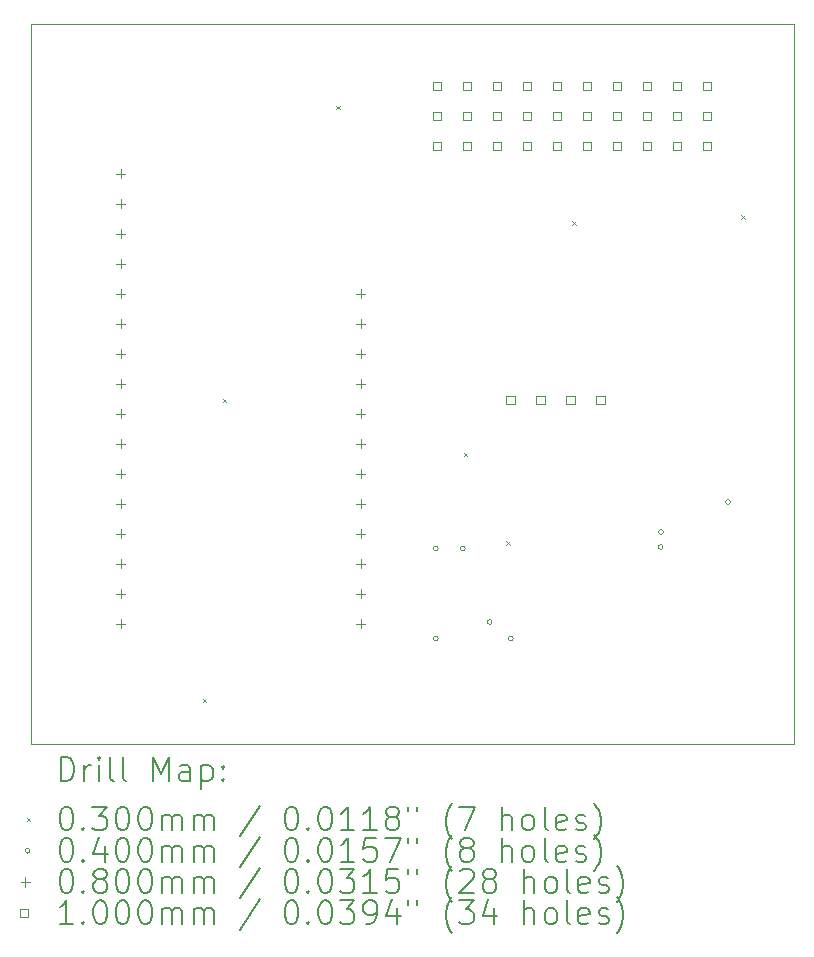
<source format=gbr>
%TF.GenerationSoftware,KiCad,Pcbnew,7.0.11+1*%
%TF.CreationDate,2024-06-02T11:35:41+02:00*%
%TF.ProjectId,prg_pcb,7072675f-7063-4622-9e6b-696361645f70,rev?*%
%TF.SameCoordinates,Original*%
%TF.FileFunction,Drillmap*%
%TF.FilePolarity,Positive*%
%FSLAX45Y45*%
G04 Gerber Fmt 4.5, Leading zero omitted, Abs format (unit mm)*
G04 Created by KiCad (PCBNEW 7.0.11+1) date 2024-06-02 11:35:41*
%MOMM*%
%LPD*%
G01*
G04 APERTURE LIST*
%ADD10C,0.100000*%
%ADD11C,0.200000*%
G04 APERTURE END LIST*
D10*
X7620000Y-7620000D02*
X14084300Y-7620000D01*
X14084300Y-13716000D01*
X7620000Y-13716000D01*
X7620000Y-7620000D01*
D11*
D10*
X9075000Y-13335000D02*
X9105000Y-13365000D01*
X9105000Y-13335000D02*
X9075000Y-13365000D01*
X9245000Y-10795000D02*
X9275000Y-10825000D01*
X9275000Y-10795000D02*
X9245000Y-10825000D01*
X10205000Y-8315000D02*
X10235000Y-8345000D01*
X10235000Y-8315000D02*
X10205000Y-8345000D01*
X11285000Y-11255000D02*
X11315000Y-11285000D01*
X11315000Y-11255000D02*
X11285000Y-11285000D01*
X11645000Y-12005000D02*
X11675000Y-12035000D01*
X11675000Y-12005000D02*
X11645000Y-12035000D01*
X12205000Y-9295000D02*
X12235000Y-9325000D01*
X12235000Y-9295000D02*
X12205000Y-9325000D01*
X13635000Y-9245000D02*
X13665000Y-9275000D01*
X13665000Y-9245000D02*
X13635000Y-9275000D01*
X11069000Y-12065000D02*
G75*
G03*
X11029000Y-12065000I-20000J0D01*
G01*
X11029000Y-12065000D02*
G75*
G03*
X11069000Y-12065000I20000J0D01*
G01*
X11069000Y-12827000D02*
G75*
G03*
X11029000Y-12827000I-20000J0D01*
G01*
X11029000Y-12827000D02*
G75*
G03*
X11069000Y-12827000I20000J0D01*
G01*
X11297600Y-12065000D02*
G75*
G03*
X11257600Y-12065000I-20000J0D01*
G01*
X11257600Y-12065000D02*
G75*
G03*
X11297600Y-12065000I20000J0D01*
G01*
X11526200Y-12687300D02*
G75*
G03*
X11486200Y-12687300I-20000J0D01*
G01*
X11486200Y-12687300D02*
G75*
G03*
X11526200Y-12687300I20000J0D01*
G01*
X11704000Y-12827000D02*
G75*
G03*
X11664000Y-12827000I-20000J0D01*
G01*
X11664000Y-12827000D02*
G75*
G03*
X11704000Y-12827000I20000J0D01*
G01*
X12974000Y-12052300D02*
G75*
G03*
X12934000Y-12052300I-20000J0D01*
G01*
X12934000Y-12052300D02*
G75*
G03*
X12974000Y-12052300I20000J0D01*
G01*
X12978080Y-11925300D02*
G75*
G03*
X12938080Y-11925300I-20000J0D01*
G01*
X12938080Y-11925300D02*
G75*
G03*
X12978080Y-11925300I20000J0D01*
G01*
X13545500Y-11671300D02*
G75*
G03*
X13505500Y-11671300I-20000J0D01*
G01*
X13505500Y-11671300D02*
G75*
G03*
X13545500Y-11671300I20000J0D01*
G01*
X8382000Y-8850000D02*
X8382000Y-8930000D01*
X8342000Y-8890000D02*
X8422000Y-8890000D01*
X8382000Y-9104000D02*
X8382000Y-9184000D01*
X8342000Y-9144000D02*
X8422000Y-9144000D01*
X8382000Y-9358000D02*
X8382000Y-9438000D01*
X8342000Y-9398000D02*
X8422000Y-9398000D01*
X8382000Y-9612000D02*
X8382000Y-9692000D01*
X8342000Y-9652000D02*
X8422000Y-9652000D01*
X8382000Y-9866000D02*
X8382000Y-9946000D01*
X8342000Y-9906000D02*
X8422000Y-9906000D01*
X8382000Y-10120000D02*
X8382000Y-10200000D01*
X8342000Y-10160000D02*
X8422000Y-10160000D01*
X8382000Y-10374000D02*
X8382000Y-10454000D01*
X8342000Y-10414000D02*
X8422000Y-10414000D01*
X8382000Y-10628000D02*
X8382000Y-10708000D01*
X8342000Y-10668000D02*
X8422000Y-10668000D01*
X8382000Y-10882000D02*
X8382000Y-10962000D01*
X8342000Y-10922000D02*
X8422000Y-10922000D01*
X8382000Y-11136000D02*
X8382000Y-11216000D01*
X8342000Y-11176000D02*
X8422000Y-11176000D01*
X8382000Y-11390000D02*
X8382000Y-11470000D01*
X8342000Y-11430000D02*
X8422000Y-11430000D01*
X8382000Y-11644000D02*
X8382000Y-11724000D01*
X8342000Y-11684000D02*
X8422000Y-11684000D01*
X8382000Y-11898000D02*
X8382000Y-11978000D01*
X8342000Y-11938000D02*
X8422000Y-11938000D01*
X8382000Y-12152000D02*
X8382000Y-12232000D01*
X8342000Y-12192000D02*
X8422000Y-12192000D01*
X8382000Y-12406000D02*
X8382000Y-12486000D01*
X8342000Y-12446000D02*
X8422000Y-12446000D01*
X8382000Y-12660000D02*
X8382000Y-12740000D01*
X8342000Y-12700000D02*
X8422000Y-12700000D01*
X10414000Y-9866000D02*
X10414000Y-9946000D01*
X10374000Y-9906000D02*
X10454000Y-9906000D01*
X10414000Y-10120000D02*
X10414000Y-10200000D01*
X10374000Y-10160000D02*
X10454000Y-10160000D01*
X10414000Y-10374000D02*
X10414000Y-10454000D01*
X10374000Y-10414000D02*
X10454000Y-10414000D01*
X10414000Y-10628000D02*
X10414000Y-10708000D01*
X10374000Y-10668000D02*
X10454000Y-10668000D01*
X10414000Y-10882000D02*
X10414000Y-10962000D01*
X10374000Y-10922000D02*
X10454000Y-10922000D01*
X10414000Y-11136000D02*
X10414000Y-11216000D01*
X10374000Y-11176000D02*
X10454000Y-11176000D01*
X10414000Y-11390000D02*
X10414000Y-11470000D01*
X10374000Y-11430000D02*
X10454000Y-11430000D01*
X10414000Y-11644000D02*
X10414000Y-11724000D01*
X10374000Y-11684000D02*
X10454000Y-11684000D01*
X10414000Y-11898000D02*
X10414000Y-11978000D01*
X10374000Y-11938000D02*
X10454000Y-11938000D01*
X10414000Y-12152000D02*
X10414000Y-12232000D01*
X10374000Y-12192000D02*
X10454000Y-12192000D01*
X10414000Y-12406000D02*
X10414000Y-12486000D01*
X10374000Y-12446000D02*
X10454000Y-12446000D01*
X10414000Y-12660000D02*
X10414000Y-12740000D01*
X10374000Y-12700000D02*
X10454000Y-12700000D01*
X11094143Y-8184449D02*
X11094143Y-8113738D01*
X11023431Y-8113738D01*
X11023431Y-8184449D01*
X11094143Y-8184449D01*
X11094143Y-8438449D02*
X11094143Y-8367738D01*
X11023431Y-8367738D01*
X11023431Y-8438449D01*
X11094143Y-8438449D01*
X11094143Y-8692449D02*
X11094143Y-8621738D01*
X11023431Y-8621738D01*
X11023431Y-8692449D01*
X11094143Y-8692449D01*
X11348143Y-8184449D02*
X11348143Y-8113738D01*
X11277431Y-8113738D01*
X11277431Y-8184449D01*
X11348143Y-8184449D01*
X11348143Y-8438449D02*
X11348143Y-8367738D01*
X11277431Y-8367738D01*
X11277431Y-8438449D01*
X11348143Y-8438449D01*
X11348143Y-8692449D02*
X11348143Y-8621738D01*
X11277431Y-8621738D01*
X11277431Y-8692449D01*
X11348143Y-8692449D01*
X11602143Y-8184449D02*
X11602143Y-8113738D01*
X11531431Y-8113738D01*
X11531431Y-8184449D01*
X11602143Y-8184449D01*
X11602143Y-8438449D02*
X11602143Y-8367738D01*
X11531431Y-8367738D01*
X11531431Y-8438449D01*
X11602143Y-8438449D01*
X11602143Y-8692449D02*
X11602143Y-8621738D01*
X11531431Y-8621738D01*
X11531431Y-8692449D01*
X11602143Y-8692449D01*
X11719356Y-10843056D02*
X11719356Y-10772344D01*
X11648644Y-10772344D01*
X11648644Y-10843056D01*
X11719356Y-10843056D01*
X11856143Y-8184449D02*
X11856143Y-8113738D01*
X11785431Y-8113738D01*
X11785431Y-8184449D01*
X11856143Y-8184449D01*
X11856143Y-8438449D02*
X11856143Y-8367738D01*
X11785431Y-8367738D01*
X11785431Y-8438449D01*
X11856143Y-8438449D01*
X11856143Y-8692449D02*
X11856143Y-8621738D01*
X11785431Y-8621738D01*
X11785431Y-8692449D01*
X11856143Y-8692449D01*
X11973356Y-10843056D02*
X11973356Y-10772344D01*
X11902644Y-10772344D01*
X11902644Y-10843056D01*
X11973356Y-10843056D01*
X12110143Y-8184449D02*
X12110143Y-8113738D01*
X12039431Y-8113738D01*
X12039431Y-8184449D01*
X12110143Y-8184449D01*
X12110143Y-8438449D02*
X12110143Y-8367738D01*
X12039431Y-8367738D01*
X12039431Y-8438449D01*
X12110143Y-8438449D01*
X12110143Y-8692449D02*
X12110143Y-8621738D01*
X12039431Y-8621738D01*
X12039431Y-8692449D01*
X12110143Y-8692449D01*
X12227356Y-10843056D02*
X12227356Y-10772344D01*
X12156644Y-10772344D01*
X12156644Y-10843056D01*
X12227356Y-10843056D01*
X12364143Y-8184449D02*
X12364143Y-8113738D01*
X12293431Y-8113738D01*
X12293431Y-8184449D01*
X12364143Y-8184449D01*
X12364143Y-8438449D02*
X12364143Y-8367738D01*
X12293431Y-8367738D01*
X12293431Y-8438449D01*
X12364143Y-8438449D01*
X12364143Y-8692449D02*
X12364143Y-8621738D01*
X12293431Y-8621738D01*
X12293431Y-8692449D01*
X12364143Y-8692449D01*
X12481356Y-10843056D02*
X12481356Y-10772344D01*
X12410644Y-10772344D01*
X12410644Y-10843056D01*
X12481356Y-10843056D01*
X12618143Y-8184449D02*
X12618143Y-8113738D01*
X12547431Y-8113738D01*
X12547431Y-8184449D01*
X12618143Y-8184449D01*
X12618143Y-8438449D02*
X12618143Y-8367738D01*
X12547431Y-8367738D01*
X12547431Y-8438449D01*
X12618143Y-8438449D01*
X12618143Y-8692449D02*
X12618143Y-8621738D01*
X12547431Y-8621738D01*
X12547431Y-8692449D01*
X12618143Y-8692449D01*
X12872143Y-8184449D02*
X12872143Y-8113738D01*
X12801431Y-8113738D01*
X12801431Y-8184449D01*
X12872143Y-8184449D01*
X12872143Y-8438449D02*
X12872143Y-8367738D01*
X12801431Y-8367738D01*
X12801431Y-8438449D01*
X12872143Y-8438449D01*
X12872143Y-8692449D02*
X12872143Y-8621738D01*
X12801431Y-8621738D01*
X12801431Y-8692449D01*
X12872143Y-8692449D01*
X13126143Y-8184449D02*
X13126143Y-8113738D01*
X13055431Y-8113738D01*
X13055431Y-8184449D01*
X13126143Y-8184449D01*
X13126143Y-8438449D02*
X13126143Y-8367738D01*
X13055431Y-8367738D01*
X13055431Y-8438449D01*
X13126143Y-8438449D01*
X13126143Y-8692449D02*
X13126143Y-8621738D01*
X13055431Y-8621738D01*
X13055431Y-8692449D01*
X13126143Y-8692449D01*
X13380143Y-8184449D02*
X13380143Y-8113738D01*
X13309431Y-8113738D01*
X13309431Y-8184449D01*
X13380143Y-8184449D01*
X13380143Y-8438449D02*
X13380143Y-8367738D01*
X13309431Y-8367738D01*
X13309431Y-8438449D01*
X13380143Y-8438449D01*
X13380143Y-8692449D02*
X13380143Y-8621738D01*
X13309431Y-8621738D01*
X13309431Y-8692449D01*
X13380143Y-8692449D01*
D11*
X7875777Y-14032484D02*
X7875777Y-13832484D01*
X7875777Y-13832484D02*
X7923396Y-13832484D01*
X7923396Y-13832484D02*
X7951967Y-13842008D01*
X7951967Y-13842008D02*
X7971015Y-13861055D01*
X7971015Y-13861055D02*
X7980539Y-13880103D01*
X7980539Y-13880103D02*
X7990062Y-13918198D01*
X7990062Y-13918198D02*
X7990062Y-13946769D01*
X7990062Y-13946769D02*
X7980539Y-13984865D01*
X7980539Y-13984865D02*
X7971015Y-14003912D01*
X7971015Y-14003912D02*
X7951967Y-14022960D01*
X7951967Y-14022960D02*
X7923396Y-14032484D01*
X7923396Y-14032484D02*
X7875777Y-14032484D01*
X8075777Y-14032484D02*
X8075777Y-13899150D01*
X8075777Y-13937246D02*
X8085301Y-13918198D01*
X8085301Y-13918198D02*
X8094824Y-13908674D01*
X8094824Y-13908674D02*
X8113872Y-13899150D01*
X8113872Y-13899150D02*
X8132920Y-13899150D01*
X8199586Y-14032484D02*
X8199586Y-13899150D01*
X8199586Y-13832484D02*
X8190062Y-13842008D01*
X8190062Y-13842008D02*
X8199586Y-13851531D01*
X8199586Y-13851531D02*
X8209110Y-13842008D01*
X8209110Y-13842008D02*
X8199586Y-13832484D01*
X8199586Y-13832484D02*
X8199586Y-13851531D01*
X8323396Y-14032484D02*
X8304348Y-14022960D01*
X8304348Y-14022960D02*
X8294824Y-14003912D01*
X8294824Y-14003912D02*
X8294824Y-13832484D01*
X8428158Y-14032484D02*
X8409110Y-14022960D01*
X8409110Y-14022960D02*
X8399586Y-14003912D01*
X8399586Y-14003912D02*
X8399586Y-13832484D01*
X8656729Y-14032484D02*
X8656729Y-13832484D01*
X8656729Y-13832484D02*
X8723396Y-13975341D01*
X8723396Y-13975341D02*
X8790063Y-13832484D01*
X8790063Y-13832484D02*
X8790063Y-14032484D01*
X8971015Y-14032484D02*
X8971015Y-13927722D01*
X8971015Y-13927722D02*
X8961491Y-13908674D01*
X8961491Y-13908674D02*
X8942444Y-13899150D01*
X8942444Y-13899150D02*
X8904348Y-13899150D01*
X8904348Y-13899150D02*
X8885301Y-13908674D01*
X8971015Y-14022960D02*
X8951967Y-14032484D01*
X8951967Y-14032484D02*
X8904348Y-14032484D01*
X8904348Y-14032484D02*
X8885301Y-14022960D01*
X8885301Y-14022960D02*
X8875777Y-14003912D01*
X8875777Y-14003912D02*
X8875777Y-13984865D01*
X8875777Y-13984865D02*
X8885301Y-13965817D01*
X8885301Y-13965817D02*
X8904348Y-13956293D01*
X8904348Y-13956293D02*
X8951967Y-13956293D01*
X8951967Y-13956293D02*
X8971015Y-13946769D01*
X9066253Y-13899150D02*
X9066253Y-14099150D01*
X9066253Y-13908674D02*
X9085301Y-13899150D01*
X9085301Y-13899150D02*
X9123396Y-13899150D01*
X9123396Y-13899150D02*
X9142444Y-13908674D01*
X9142444Y-13908674D02*
X9151967Y-13918198D01*
X9151967Y-13918198D02*
X9161491Y-13937246D01*
X9161491Y-13937246D02*
X9161491Y-13994388D01*
X9161491Y-13994388D02*
X9151967Y-14013436D01*
X9151967Y-14013436D02*
X9142444Y-14022960D01*
X9142444Y-14022960D02*
X9123396Y-14032484D01*
X9123396Y-14032484D02*
X9085301Y-14032484D01*
X9085301Y-14032484D02*
X9066253Y-14022960D01*
X9247205Y-14013436D02*
X9256729Y-14022960D01*
X9256729Y-14022960D02*
X9247205Y-14032484D01*
X9247205Y-14032484D02*
X9237682Y-14022960D01*
X9237682Y-14022960D02*
X9247205Y-14013436D01*
X9247205Y-14013436D02*
X9247205Y-14032484D01*
X9247205Y-13908674D02*
X9256729Y-13918198D01*
X9256729Y-13918198D02*
X9247205Y-13927722D01*
X9247205Y-13927722D02*
X9237682Y-13918198D01*
X9237682Y-13918198D02*
X9247205Y-13908674D01*
X9247205Y-13908674D02*
X9247205Y-13927722D01*
D10*
X7585000Y-14346000D02*
X7615000Y-14376000D01*
X7615000Y-14346000D02*
X7585000Y-14376000D01*
D11*
X7913872Y-14252484D02*
X7932920Y-14252484D01*
X7932920Y-14252484D02*
X7951967Y-14262008D01*
X7951967Y-14262008D02*
X7961491Y-14271531D01*
X7961491Y-14271531D02*
X7971015Y-14290579D01*
X7971015Y-14290579D02*
X7980539Y-14328674D01*
X7980539Y-14328674D02*
X7980539Y-14376293D01*
X7980539Y-14376293D02*
X7971015Y-14414388D01*
X7971015Y-14414388D02*
X7961491Y-14433436D01*
X7961491Y-14433436D02*
X7951967Y-14442960D01*
X7951967Y-14442960D02*
X7932920Y-14452484D01*
X7932920Y-14452484D02*
X7913872Y-14452484D01*
X7913872Y-14452484D02*
X7894824Y-14442960D01*
X7894824Y-14442960D02*
X7885301Y-14433436D01*
X7885301Y-14433436D02*
X7875777Y-14414388D01*
X7875777Y-14414388D02*
X7866253Y-14376293D01*
X7866253Y-14376293D02*
X7866253Y-14328674D01*
X7866253Y-14328674D02*
X7875777Y-14290579D01*
X7875777Y-14290579D02*
X7885301Y-14271531D01*
X7885301Y-14271531D02*
X7894824Y-14262008D01*
X7894824Y-14262008D02*
X7913872Y-14252484D01*
X8066253Y-14433436D02*
X8075777Y-14442960D01*
X8075777Y-14442960D02*
X8066253Y-14452484D01*
X8066253Y-14452484D02*
X8056729Y-14442960D01*
X8056729Y-14442960D02*
X8066253Y-14433436D01*
X8066253Y-14433436D02*
X8066253Y-14452484D01*
X8142443Y-14252484D02*
X8266253Y-14252484D01*
X8266253Y-14252484D02*
X8199586Y-14328674D01*
X8199586Y-14328674D02*
X8228158Y-14328674D01*
X8228158Y-14328674D02*
X8247205Y-14338198D01*
X8247205Y-14338198D02*
X8256729Y-14347722D01*
X8256729Y-14347722D02*
X8266253Y-14366769D01*
X8266253Y-14366769D02*
X8266253Y-14414388D01*
X8266253Y-14414388D02*
X8256729Y-14433436D01*
X8256729Y-14433436D02*
X8247205Y-14442960D01*
X8247205Y-14442960D02*
X8228158Y-14452484D01*
X8228158Y-14452484D02*
X8171015Y-14452484D01*
X8171015Y-14452484D02*
X8151967Y-14442960D01*
X8151967Y-14442960D02*
X8142443Y-14433436D01*
X8390063Y-14252484D02*
X8409110Y-14252484D01*
X8409110Y-14252484D02*
X8428158Y-14262008D01*
X8428158Y-14262008D02*
X8437682Y-14271531D01*
X8437682Y-14271531D02*
X8447205Y-14290579D01*
X8447205Y-14290579D02*
X8456729Y-14328674D01*
X8456729Y-14328674D02*
X8456729Y-14376293D01*
X8456729Y-14376293D02*
X8447205Y-14414388D01*
X8447205Y-14414388D02*
X8437682Y-14433436D01*
X8437682Y-14433436D02*
X8428158Y-14442960D01*
X8428158Y-14442960D02*
X8409110Y-14452484D01*
X8409110Y-14452484D02*
X8390063Y-14452484D01*
X8390063Y-14452484D02*
X8371015Y-14442960D01*
X8371015Y-14442960D02*
X8361491Y-14433436D01*
X8361491Y-14433436D02*
X8351967Y-14414388D01*
X8351967Y-14414388D02*
X8342443Y-14376293D01*
X8342443Y-14376293D02*
X8342443Y-14328674D01*
X8342443Y-14328674D02*
X8351967Y-14290579D01*
X8351967Y-14290579D02*
X8361491Y-14271531D01*
X8361491Y-14271531D02*
X8371015Y-14262008D01*
X8371015Y-14262008D02*
X8390063Y-14252484D01*
X8580539Y-14252484D02*
X8599586Y-14252484D01*
X8599586Y-14252484D02*
X8618634Y-14262008D01*
X8618634Y-14262008D02*
X8628158Y-14271531D01*
X8628158Y-14271531D02*
X8637682Y-14290579D01*
X8637682Y-14290579D02*
X8647205Y-14328674D01*
X8647205Y-14328674D02*
X8647205Y-14376293D01*
X8647205Y-14376293D02*
X8637682Y-14414388D01*
X8637682Y-14414388D02*
X8628158Y-14433436D01*
X8628158Y-14433436D02*
X8618634Y-14442960D01*
X8618634Y-14442960D02*
X8599586Y-14452484D01*
X8599586Y-14452484D02*
X8580539Y-14452484D01*
X8580539Y-14452484D02*
X8561491Y-14442960D01*
X8561491Y-14442960D02*
X8551967Y-14433436D01*
X8551967Y-14433436D02*
X8542444Y-14414388D01*
X8542444Y-14414388D02*
X8532920Y-14376293D01*
X8532920Y-14376293D02*
X8532920Y-14328674D01*
X8532920Y-14328674D02*
X8542444Y-14290579D01*
X8542444Y-14290579D02*
X8551967Y-14271531D01*
X8551967Y-14271531D02*
X8561491Y-14262008D01*
X8561491Y-14262008D02*
X8580539Y-14252484D01*
X8732920Y-14452484D02*
X8732920Y-14319150D01*
X8732920Y-14338198D02*
X8742444Y-14328674D01*
X8742444Y-14328674D02*
X8761491Y-14319150D01*
X8761491Y-14319150D02*
X8790063Y-14319150D01*
X8790063Y-14319150D02*
X8809110Y-14328674D01*
X8809110Y-14328674D02*
X8818634Y-14347722D01*
X8818634Y-14347722D02*
X8818634Y-14452484D01*
X8818634Y-14347722D02*
X8828158Y-14328674D01*
X8828158Y-14328674D02*
X8847205Y-14319150D01*
X8847205Y-14319150D02*
X8875777Y-14319150D01*
X8875777Y-14319150D02*
X8894825Y-14328674D01*
X8894825Y-14328674D02*
X8904348Y-14347722D01*
X8904348Y-14347722D02*
X8904348Y-14452484D01*
X8999586Y-14452484D02*
X8999586Y-14319150D01*
X8999586Y-14338198D02*
X9009110Y-14328674D01*
X9009110Y-14328674D02*
X9028158Y-14319150D01*
X9028158Y-14319150D02*
X9056729Y-14319150D01*
X9056729Y-14319150D02*
X9075777Y-14328674D01*
X9075777Y-14328674D02*
X9085301Y-14347722D01*
X9085301Y-14347722D02*
X9085301Y-14452484D01*
X9085301Y-14347722D02*
X9094825Y-14328674D01*
X9094825Y-14328674D02*
X9113872Y-14319150D01*
X9113872Y-14319150D02*
X9142444Y-14319150D01*
X9142444Y-14319150D02*
X9161491Y-14328674D01*
X9161491Y-14328674D02*
X9171015Y-14347722D01*
X9171015Y-14347722D02*
X9171015Y-14452484D01*
X9561491Y-14242960D02*
X9390063Y-14500103D01*
X9818634Y-14252484D02*
X9837682Y-14252484D01*
X9837682Y-14252484D02*
X9856729Y-14262008D01*
X9856729Y-14262008D02*
X9866253Y-14271531D01*
X9866253Y-14271531D02*
X9875777Y-14290579D01*
X9875777Y-14290579D02*
X9885301Y-14328674D01*
X9885301Y-14328674D02*
X9885301Y-14376293D01*
X9885301Y-14376293D02*
X9875777Y-14414388D01*
X9875777Y-14414388D02*
X9866253Y-14433436D01*
X9866253Y-14433436D02*
X9856729Y-14442960D01*
X9856729Y-14442960D02*
X9837682Y-14452484D01*
X9837682Y-14452484D02*
X9818634Y-14452484D01*
X9818634Y-14452484D02*
X9799587Y-14442960D01*
X9799587Y-14442960D02*
X9790063Y-14433436D01*
X9790063Y-14433436D02*
X9780539Y-14414388D01*
X9780539Y-14414388D02*
X9771015Y-14376293D01*
X9771015Y-14376293D02*
X9771015Y-14328674D01*
X9771015Y-14328674D02*
X9780539Y-14290579D01*
X9780539Y-14290579D02*
X9790063Y-14271531D01*
X9790063Y-14271531D02*
X9799587Y-14262008D01*
X9799587Y-14262008D02*
X9818634Y-14252484D01*
X9971015Y-14433436D02*
X9980539Y-14442960D01*
X9980539Y-14442960D02*
X9971015Y-14452484D01*
X9971015Y-14452484D02*
X9961491Y-14442960D01*
X9961491Y-14442960D02*
X9971015Y-14433436D01*
X9971015Y-14433436D02*
X9971015Y-14452484D01*
X10104348Y-14252484D02*
X10123396Y-14252484D01*
X10123396Y-14252484D02*
X10142444Y-14262008D01*
X10142444Y-14262008D02*
X10151968Y-14271531D01*
X10151968Y-14271531D02*
X10161491Y-14290579D01*
X10161491Y-14290579D02*
X10171015Y-14328674D01*
X10171015Y-14328674D02*
X10171015Y-14376293D01*
X10171015Y-14376293D02*
X10161491Y-14414388D01*
X10161491Y-14414388D02*
X10151968Y-14433436D01*
X10151968Y-14433436D02*
X10142444Y-14442960D01*
X10142444Y-14442960D02*
X10123396Y-14452484D01*
X10123396Y-14452484D02*
X10104348Y-14452484D01*
X10104348Y-14452484D02*
X10085301Y-14442960D01*
X10085301Y-14442960D02*
X10075777Y-14433436D01*
X10075777Y-14433436D02*
X10066253Y-14414388D01*
X10066253Y-14414388D02*
X10056729Y-14376293D01*
X10056729Y-14376293D02*
X10056729Y-14328674D01*
X10056729Y-14328674D02*
X10066253Y-14290579D01*
X10066253Y-14290579D02*
X10075777Y-14271531D01*
X10075777Y-14271531D02*
X10085301Y-14262008D01*
X10085301Y-14262008D02*
X10104348Y-14252484D01*
X10361491Y-14452484D02*
X10247206Y-14452484D01*
X10304348Y-14452484D02*
X10304348Y-14252484D01*
X10304348Y-14252484D02*
X10285301Y-14281055D01*
X10285301Y-14281055D02*
X10266253Y-14300103D01*
X10266253Y-14300103D02*
X10247206Y-14309627D01*
X10551968Y-14452484D02*
X10437682Y-14452484D01*
X10494825Y-14452484D02*
X10494825Y-14252484D01*
X10494825Y-14252484D02*
X10475777Y-14281055D01*
X10475777Y-14281055D02*
X10456729Y-14300103D01*
X10456729Y-14300103D02*
X10437682Y-14309627D01*
X10666253Y-14338198D02*
X10647206Y-14328674D01*
X10647206Y-14328674D02*
X10637682Y-14319150D01*
X10637682Y-14319150D02*
X10628158Y-14300103D01*
X10628158Y-14300103D02*
X10628158Y-14290579D01*
X10628158Y-14290579D02*
X10637682Y-14271531D01*
X10637682Y-14271531D02*
X10647206Y-14262008D01*
X10647206Y-14262008D02*
X10666253Y-14252484D01*
X10666253Y-14252484D02*
X10704349Y-14252484D01*
X10704349Y-14252484D02*
X10723396Y-14262008D01*
X10723396Y-14262008D02*
X10732920Y-14271531D01*
X10732920Y-14271531D02*
X10742444Y-14290579D01*
X10742444Y-14290579D02*
X10742444Y-14300103D01*
X10742444Y-14300103D02*
X10732920Y-14319150D01*
X10732920Y-14319150D02*
X10723396Y-14328674D01*
X10723396Y-14328674D02*
X10704349Y-14338198D01*
X10704349Y-14338198D02*
X10666253Y-14338198D01*
X10666253Y-14338198D02*
X10647206Y-14347722D01*
X10647206Y-14347722D02*
X10637682Y-14357246D01*
X10637682Y-14357246D02*
X10628158Y-14376293D01*
X10628158Y-14376293D02*
X10628158Y-14414388D01*
X10628158Y-14414388D02*
X10637682Y-14433436D01*
X10637682Y-14433436D02*
X10647206Y-14442960D01*
X10647206Y-14442960D02*
X10666253Y-14452484D01*
X10666253Y-14452484D02*
X10704349Y-14452484D01*
X10704349Y-14452484D02*
X10723396Y-14442960D01*
X10723396Y-14442960D02*
X10732920Y-14433436D01*
X10732920Y-14433436D02*
X10742444Y-14414388D01*
X10742444Y-14414388D02*
X10742444Y-14376293D01*
X10742444Y-14376293D02*
X10732920Y-14357246D01*
X10732920Y-14357246D02*
X10723396Y-14347722D01*
X10723396Y-14347722D02*
X10704349Y-14338198D01*
X10818634Y-14252484D02*
X10818634Y-14290579D01*
X10894825Y-14252484D02*
X10894825Y-14290579D01*
X11190063Y-14528674D02*
X11180539Y-14519150D01*
X11180539Y-14519150D02*
X11161491Y-14490579D01*
X11161491Y-14490579D02*
X11151968Y-14471531D01*
X11151968Y-14471531D02*
X11142444Y-14442960D01*
X11142444Y-14442960D02*
X11132920Y-14395341D01*
X11132920Y-14395341D02*
X11132920Y-14357246D01*
X11132920Y-14357246D02*
X11142444Y-14309627D01*
X11142444Y-14309627D02*
X11151968Y-14281055D01*
X11151968Y-14281055D02*
X11161491Y-14262008D01*
X11161491Y-14262008D02*
X11180539Y-14233436D01*
X11180539Y-14233436D02*
X11190063Y-14223912D01*
X11247206Y-14252484D02*
X11380539Y-14252484D01*
X11380539Y-14252484D02*
X11294825Y-14452484D01*
X11609110Y-14452484D02*
X11609110Y-14252484D01*
X11694825Y-14452484D02*
X11694825Y-14347722D01*
X11694825Y-14347722D02*
X11685301Y-14328674D01*
X11685301Y-14328674D02*
X11666253Y-14319150D01*
X11666253Y-14319150D02*
X11637682Y-14319150D01*
X11637682Y-14319150D02*
X11618634Y-14328674D01*
X11618634Y-14328674D02*
X11609110Y-14338198D01*
X11818634Y-14452484D02*
X11799587Y-14442960D01*
X11799587Y-14442960D02*
X11790063Y-14433436D01*
X11790063Y-14433436D02*
X11780539Y-14414388D01*
X11780539Y-14414388D02*
X11780539Y-14357246D01*
X11780539Y-14357246D02*
X11790063Y-14338198D01*
X11790063Y-14338198D02*
X11799587Y-14328674D01*
X11799587Y-14328674D02*
X11818634Y-14319150D01*
X11818634Y-14319150D02*
X11847206Y-14319150D01*
X11847206Y-14319150D02*
X11866253Y-14328674D01*
X11866253Y-14328674D02*
X11875777Y-14338198D01*
X11875777Y-14338198D02*
X11885301Y-14357246D01*
X11885301Y-14357246D02*
X11885301Y-14414388D01*
X11885301Y-14414388D02*
X11875777Y-14433436D01*
X11875777Y-14433436D02*
X11866253Y-14442960D01*
X11866253Y-14442960D02*
X11847206Y-14452484D01*
X11847206Y-14452484D02*
X11818634Y-14452484D01*
X11999587Y-14452484D02*
X11980539Y-14442960D01*
X11980539Y-14442960D02*
X11971015Y-14423912D01*
X11971015Y-14423912D02*
X11971015Y-14252484D01*
X12151968Y-14442960D02*
X12132920Y-14452484D01*
X12132920Y-14452484D02*
X12094825Y-14452484D01*
X12094825Y-14452484D02*
X12075777Y-14442960D01*
X12075777Y-14442960D02*
X12066253Y-14423912D01*
X12066253Y-14423912D02*
X12066253Y-14347722D01*
X12066253Y-14347722D02*
X12075777Y-14328674D01*
X12075777Y-14328674D02*
X12094825Y-14319150D01*
X12094825Y-14319150D02*
X12132920Y-14319150D01*
X12132920Y-14319150D02*
X12151968Y-14328674D01*
X12151968Y-14328674D02*
X12161491Y-14347722D01*
X12161491Y-14347722D02*
X12161491Y-14366769D01*
X12161491Y-14366769D02*
X12066253Y-14385817D01*
X12237682Y-14442960D02*
X12256730Y-14452484D01*
X12256730Y-14452484D02*
X12294825Y-14452484D01*
X12294825Y-14452484D02*
X12313872Y-14442960D01*
X12313872Y-14442960D02*
X12323396Y-14423912D01*
X12323396Y-14423912D02*
X12323396Y-14414388D01*
X12323396Y-14414388D02*
X12313872Y-14395341D01*
X12313872Y-14395341D02*
X12294825Y-14385817D01*
X12294825Y-14385817D02*
X12266253Y-14385817D01*
X12266253Y-14385817D02*
X12247206Y-14376293D01*
X12247206Y-14376293D02*
X12237682Y-14357246D01*
X12237682Y-14357246D02*
X12237682Y-14347722D01*
X12237682Y-14347722D02*
X12247206Y-14328674D01*
X12247206Y-14328674D02*
X12266253Y-14319150D01*
X12266253Y-14319150D02*
X12294825Y-14319150D01*
X12294825Y-14319150D02*
X12313872Y-14328674D01*
X12390063Y-14528674D02*
X12399587Y-14519150D01*
X12399587Y-14519150D02*
X12418634Y-14490579D01*
X12418634Y-14490579D02*
X12428158Y-14471531D01*
X12428158Y-14471531D02*
X12437682Y-14442960D01*
X12437682Y-14442960D02*
X12447206Y-14395341D01*
X12447206Y-14395341D02*
X12447206Y-14357246D01*
X12447206Y-14357246D02*
X12437682Y-14309627D01*
X12437682Y-14309627D02*
X12428158Y-14281055D01*
X12428158Y-14281055D02*
X12418634Y-14262008D01*
X12418634Y-14262008D02*
X12399587Y-14233436D01*
X12399587Y-14233436D02*
X12390063Y-14223912D01*
D10*
X7615000Y-14625000D02*
G75*
G03*
X7575000Y-14625000I-20000J0D01*
G01*
X7575000Y-14625000D02*
G75*
G03*
X7615000Y-14625000I20000J0D01*
G01*
D11*
X7913872Y-14516484D02*
X7932920Y-14516484D01*
X7932920Y-14516484D02*
X7951967Y-14526008D01*
X7951967Y-14526008D02*
X7961491Y-14535531D01*
X7961491Y-14535531D02*
X7971015Y-14554579D01*
X7971015Y-14554579D02*
X7980539Y-14592674D01*
X7980539Y-14592674D02*
X7980539Y-14640293D01*
X7980539Y-14640293D02*
X7971015Y-14678388D01*
X7971015Y-14678388D02*
X7961491Y-14697436D01*
X7961491Y-14697436D02*
X7951967Y-14706960D01*
X7951967Y-14706960D02*
X7932920Y-14716484D01*
X7932920Y-14716484D02*
X7913872Y-14716484D01*
X7913872Y-14716484D02*
X7894824Y-14706960D01*
X7894824Y-14706960D02*
X7885301Y-14697436D01*
X7885301Y-14697436D02*
X7875777Y-14678388D01*
X7875777Y-14678388D02*
X7866253Y-14640293D01*
X7866253Y-14640293D02*
X7866253Y-14592674D01*
X7866253Y-14592674D02*
X7875777Y-14554579D01*
X7875777Y-14554579D02*
X7885301Y-14535531D01*
X7885301Y-14535531D02*
X7894824Y-14526008D01*
X7894824Y-14526008D02*
X7913872Y-14516484D01*
X8066253Y-14697436D02*
X8075777Y-14706960D01*
X8075777Y-14706960D02*
X8066253Y-14716484D01*
X8066253Y-14716484D02*
X8056729Y-14706960D01*
X8056729Y-14706960D02*
X8066253Y-14697436D01*
X8066253Y-14697436D02*
X8066253Y-14716484D01*
X8247205Y-14583150D02*
X8247205Y-14716484D01*
X8199586Y-14506960D02*
X8151967Y-14649817D01*
X8151967Y-14649817D02*
X8275777Y-14649817D01*
X8390063Y-14516484D02*
X8409110Y-14516484D01*
X8409110Y-14516484D02*
X8428158Y-14526008D01*
X8428158Y-14526008D02*
X8437682Y-14535531D01*
X8437682Y-14535531D02*
X8447205Y-14554579D01*
X8447205Y-14554579D02*
X8456729Y-14592674D01*
X8456729Y-14592674D02*
X8456729Y-14640293D01*
X8456729Y-14640293D02*
X8447205Y-14678388D01*
X8447205Y-14678388D02*
X8437682Y-14697436D01*
X8437682Y-14697436D02*
X8428158Y-14706960D01*
X8428158Y-14706960D02*
X8409110Y-14716484D01*
X8409110Y-14716484D02*
X8390063Y-14716484D01*
X8390063Y-14716484D02*
X8371015Y-14706960D01*
X8371015Y-14706960D02*
X8361491Y-14697436D01*
X8361491Y-14697436D02*
X8351967Y-14678388D01*
X8351967Y-14678388D02*
X8342443Y-14640293D01*
X8342443Y-14640293D02*
X8342443Y-14592674D01*
X8342443Y-14592674D02*
X8351967Y-14554579D01*
X8351967Y-14554579D02*
X8361491Y-14535531D01*
X8361491Y-14535531D02*
X8371015Y-14526008D01*
X8371015Y-14526008D02*
X8390063Y-14516484D01*
X8580539Y-14516484D02*
X8599586Y-14516484D01*
X8599586Y-14516484D02*
X8618634Y-14526008D01*
X8618634Y-14526008D02*
X8628158Y-14535531D01*
X8628158Y-14535531D02*
X8637682Y-14554579D01*
X8637682Y-14554579D02*
X8647205Y-14592674D01*
X8647205Y-14592674D02*
X8647205Y-14640293D01*
X8647205Y-14640293D02*
X8637682Y-14678388D01*
X8637682Y-14678388D02*
X8628158Y-14697436D01*
X8628158Y-14697436D02*
X8618634Y-14706960D01*
X8618634Y-14706960D02*
X8599586Y-14716484D01*
X8599586Y-14716484D02*
X8580539Y-14716484D01*
X8580539Y-14716484D02*
X8561491Y-14706960D01*
X8561491Y-14706960D02*
X8551967Y-14697436D01*
X8551967Y-14697436D02*
X8542444Y-14678388D01*
X8542444Y-14678388D02*
X8532920Y-14640293D01*
X8532920Y-14640293D02*
X8532920Y-14592674D01*
X8532920Y-14592674D02*
X8542444Y-14554579D01*
X8542444Y-14554579D02*
X8551967Y-14535531D01*
X8551967Y-14535531D02*
X8561491Y-14526008D01*
X8561491Y-14526008D02*
X8580539Y-14516484D01*
X8732920Y-14716484D02*
X8732920Y-14583150D01*
X8732920Y-14602198D02*
X8742444Y-14592674D01*
X8742444Y-14592674D02*
X8761491Y-14583150D01*
X8761491Y-14583150D02*
X8790063Y-14583150D01*
X8790063Y-14583150D02*
X8809110Y-14592674D01*
X8809110Y-14592674D02*
X8818634Y-14611722D01*
X8818634Y-14611722D02*
X8818634Y-14716484D01*
X8818634Y-14611722D02*
X8828158Y-14592674D01*
X8828158Y-14592674D02*
X8847205Y-14583150D01*
X8847205Y-14583150D02*
X8875777Y-14583150D01*
X8875777Y-14583150D02*
X8894825Y-14592674D01*
X8894825Y-14592674D02*
X8904348Y-14611722D01*
X8904348Y-14611722D02*
X8904348Y-14716484D01*
X8999586Y-14716484D02*
X8999586Y-14583150D01*
X8999586Y-14602198D02*
X9009110Y-14592674D01*
X9009110Y-14592674D02*
X9028158Y-14583150D01*
X9028158Y-14583150D02*
X9056729Y-14583150D01*
X9056729Y-14583150D02*
X9075777Y-14592674D01*
X9075777Y-14592674D02*
X9085301Y-14611722D01*
X9085301Y-14611722D02*
X9085301Y-14716484D01*
X9085301Y-14611722D02*
X9094825Y-14592674D01*
X9094825Y-14592674D02*
X9113872Y-14583150D01*
X9113872Y-14583150D02*
X9142444Y-14583150D01*
X9142444Y-14583150D02*
X9161491Y-14592674D01*
X9161491Y-14592674D02*
X9171015Y-14611722D01*
X9171015Y-14611722D02*
X9171015Y-14716484D01*
X9561491Y-14506960D02*
X9390063Y-14764103D01*
X9818634Y-14516484D02*
X9837682Y-14516484D01*
X9837682Y-14516484D02*
X9856729Y-14526008D01*
X9856729Y-14526008D02*
X9866253Y-14535531D01*
X9866253Y-14535531D02*
X9875777Y-14554579D01*
X9875777Y-14554579D02*
X9885301Y-14592674D01*
X9885301Y-14592674D02*
X9885301Y-14640293D01*
X9885301Y-14640293D02*
X9875777Y-14678388D01*
X9875777Y-14678388D02*
X9866253Y-14697436D01*
X9866253Y-14697436D02*
X9856729Y-14706960D01*
X9856729Y-14706960D02*
X9837682Y-14716484D01*
X9837682Y-14716484D02*
X9818634Y-14716484D01*
X9818634Y-14716484D02*
X9799587Y-14706960D01*
X9799587Y-14706960D02*
X9790063Y-14697436D01*
X9790063Y-14697436D02*
X9780539Y-14678388D01*
X9780539Y-14678388D02*
X9771015Y-14640293D01*
X9771015Y-14640293D02*
X9771015Y-14592674D01*
X9771015Y-14592674D02*
X9780539Y-14554579D01*
X9780539Y-14554579D02*
X9790063Y-14535531D01*
X9790063Y-14535531D02*
X9799587Y-14526008D01*
X9799587Y-14526008D02*
X9818634Y-14516484D01*
X9971015Y-14697436D02*
X9980539Y-14706960D01*
X9980539Y-14706960D02*
X9971015Y-14716484D01*
X9971015Y-14716484D02*
X9961491Y-14706960D01*
X9961491Y-14706960D02*
X9971015Y-14697436D01*
X9971015Y-14697436D02*
X9971015Y-14716484D01*
X10104348Y-14516484D02*
X10123396Y-14516484D01*
X10123396Y-14516484D02*
X10142444Y-14526008D01*
X10142444Y-14526008D02*
X10151968Y-14535531D01*
X10151968Y-14535531D02*
X10161491Y-14554579D01*
X10161491Y-14554579D02*
X10171015Y-14592674D01*
X10171015Y-14592674D02*
X10171015Y-14640293D01*
X10171015Y-14640293D02*
X10161491Y-14678388D01*
X10161491Y-14678388D02*
X10151968Y-14697436D01*
X10151968Y-14697436D02*
X10142444Y-14706960D01*
X10142444Y-14706960D02*
X10123396Y-14716484D01*
X10123396Y-14716484D02*
X10104348Y-14716484D01*
X10104348Y-14716484D02*
X10085301Y-14706960D01*
X10085301Y-14706960D02*
X10075777Y-14697436D01*
X10075777Y-14697436D02*
X10066253Y-14678388D01*
X10066253Y-14678388D02*
X10056729Y-14640293D01*
X10056729Y-14640293D02*
X10056729Y-14592674D01*
X10056729Y-14592674D02*
X10066253Y-14554579D01*
X10066253Y-14554579D02*
X10075777Y-14535531D01*
X10075777Y-14535531D02*
X10085301Y-14526008D01*
X10085301Y-14526008D02*
X10104348Y-14516484D01*
X10361491Y-14716484D02*
X10247206Y-14716484D01*
X10304348Y-14716484D02*
X10304348Y-14516484D01*
X10304348Y-14516484D02*
X10285301Y-14545055D01*
X10285301Y-14545055D02*
X10266253Y-14564103D01*
X10266253Y-14564103D02*
X10247206Y-14573627D01*
X10542444Y-14516484D02*
X10447206Y-14516484D01*
X10447206Y-14516484D02*
X10437682Y-14611722D01*
X10437682Y-14611722D02*
X10447206Y-14602198D01*
X10447206Y-14602198D02*
X10466253Y-14592674D01*
X10466253Y-14592674D02*
X10513872Y-14592674D01*
X10513872Y-14592674D02*
X10532920Y-14602198D01*
X10532920Y-14602198D02*
X10542444Y-14611722D01*
X10542444Y-14611722D02*
X10551968Y-14630769D01*
X10551968Y-14630769D02*
X10551968Y-14678388D01*
X10551968Y-14678388D02*
X10542444Y-14697436D01*
X10542444Y-14697436D02*
X10532920Y-14706960D01*
X10532920Y-14706960D02*
X10513872Y-14716484D01*
X10513872Y-14716484D02*
X10466253Y-14716484D01*
X10466253Y-14716484D02*
X10447206Y-14706960D01*
X10447206Y-14706960D02*
X10437682Y-14697436D01*
X10618634Y-14516484D02*
X10751968Y-14516484D01*
X10751968Y-14516484D02*
X10666253Y-14716484D01*
X10818634Y-14516484D02*
X10818634Y-14554579D01*
X10894825Y-14516484D02*
X10894825Y-14554579D01*
X11190063Y-14792674D02*
X11180539Y-14783150D01*
X11180539Y-14783150D02*
X11161491Y-14754579D01*
X11161491Y-14754579D02*
X11151968Y-14735531D01*
X11151968Y-14735531D02*
X11142444Y-14706960D01*
X11142444Y-14706960D02*
X11132920Y-14659341D01*
X11132920Y-14659341D02*
X11132920Y-14621246D01*
X11132920Y-14621246D02*
X11142444Y-14573627D01*
X11142444Y-14573627D02*
X11151968Y-14545055D01*
X11151968Y-14545055D02*
X11161491Y-14526008D01*
X11161491Y-14526008D02*
X11180539Y-14497436D01*
X11180539Y-14497436D02*
X11190063Y-14487912D01*
X11294825Y-14602198D02*
X11275777Y-14592674D01*
X11275777Y-14592674D02*
X11266253Y-14583150D01*
X11266253Y-14583150D02*
X11256729Y-14564103D01*
X11256729Y-14564103D02*
X11256729Y-14554579D01*
X11256729Y-14554579D02*
X11266253Y-14535531D01*
X11266253Y-14535531D02*
X11275777Y-14526008D01*
X11275777Y-14526008D02*
X11294825Y-14516484D01*
X11294825Y-14516484D02*
X11332920Y-14516484D01*
X11332920Y-14516484D02*
X11351968Y-14526008D01*
X11351968Y-14526008D02*
X11361491Y-14535531D01*
X11361491Y-14535531D02*
X11371015Y-14554579D01*
X11371015Y-14554579D02*
X11371015Y-14564103D01*
X11371015Y-14564103D02*
X11361491Y-14583150D01*
X11361491Y-14583150D02*
X11351968Y-14592674D01*
X11351968Y-14592674D02*
X11332920Y-14602198D01*
X11332920Y-14602198D02*
X11294825Y-14602198D01*
X11294825Y-14602198D02*
X11275777Y-14611722D01*
X11275777Y-14611722D02*
X11266253Y-14621246D01*
X11266253Y-14621246D02*
X11256729Y-14640293D01*
X11256729Y-14640293D02*
X11256729Y-14678388D01*
X11256729Y-14678388D02*
X11266253Y-14697436D01*
X11266253Y-14697436D02*
X11275777Y-14706960D01*
X11275777Y-14706960D02*
X11294825Y-14716484D01*
X11294825Y-14716484D02*
X11332920Y-14716484D01*
X11332920Y-14716484D02*
X11351968Y-14706960D01*
X11351968Y-14706960D02*
X11361491Y-14697436D01*
X11361491Y-14697436D02*
X11371015Y-14678388D01*
X11371015Y-14678388D02*
X11371015Y-14640293D01*
X11371015Y-14640293D02*
X11361491Y-14621246D01*
X11361491Y-14621246D02*
X11351968Y-14611722D01*
X11351968Y-14611722D02*
X11332920Y-14602198D01*
X11609110Y-14716484D02*
X11609110Y-14516484D01*
X11694825Y-14716484D02*
X11694825Y-14611722D01*
X11694825Y-14611722D02*
X11685301Y-14592674D01*
X11685301Y-14592674D02*
X11666253Y-14583150D01*
X11666253Y-14583150D02*
X11637682Y-14583150D01*
X11637682Y-14583150D02*
X11618634Y-14592674D01*
X11618634Y-14592674D02*
X11609110Y-14602198D01*
X11818634Y-14716484D02*
X11799587Y-14706960D01*
X11799587Y-14706960D02*
X11790063Y-14697436D01*
X11790063Y-14697436D02*
X11780539Y-14678388D01*
X11780539Y-14678388D02*
X11780539Y-14621246D01*
X11780539Y-14621246D02*
X11790063Y-14602198D01*
X11790063Y-14602198D02*
X11799587Y-14592674D01*
X11799587Y-14592674D02*
X11818634Y-14583150D01*
X11818634Y-14583150D02*
X11847206Y-14583150D01*
X11847206Y-14583150D02*
X11866253Y-14592674D01*
X11866253Y-14592674D02*
X11875777Y-14602198D01*
X11875777Y-14602198D02*
X11885301Y-14621246D01*
X11885301Y-14621246D02*
X11885301Y-14678388D01*
X11885301Y-14678388D02*
X11875777Y-14697436D01*
X11875777Y-14697436D02*
X11866253Y-14706960D01*
X11866253Y-14706960D02*
X11847206Y-14716484D01*
X11847206Y-14716484D02*
X11818634Y-14716484D01*
X11999587Y-14716484D02*
X11980539Y-14706960D01*
X11980539Y-14706960D02*
X11971015Y-14687912D01*
X11971015Y-14687912D02*
X11971015Y-14516484D01*
X12151968Y-14706960D02*
X12132920Y-14716484D01*
X12132920Y-14716484D02*
X12094825Y-14716484D01*
X12094825Y-14716484D02*
X12075777Y-14706960D01*
X12075777Y-14706960D02*
X12066253Y-14687912D01*
X12066253Y-14687912D02*
X12066253Y-14611722D01*
X12066253Y-14611722D02*
X12075777Y-14592674D01*
X12075777Y-14592674D02*
X12094825Y-14583150D01*
X12094825Y-14583150D02*
X12132920Y-14583150D01*
X12132920Y-14583150D02*
X12151968Y-14592674D01*
X12151968Y-14592674D02*
X12161491Y-14611722D01*
X12161491Y-14611722D02*
X12161491Y-14630769D01*
X12161491Y-14630769D02*
X12066253Y-14649817D01*
X12237682Y-14706960D02*
X12256730Y-14716484D01*
X12256730Y-14716484D02*
X12294825Y-14716484D01*
X12294825Y-14716484D02*
X12313872Y-14706960D01*
X12313872Y-14706960D02*
X12323396Y-14687912D01*
X12323396Y-14687912D02*
X12323396Y-14678388D01*
X12323396Y-14678388D02*
X12313872Y-14659341D01*
X12313872Y-14659341D02*
X12294825Y-14649817D01*
X12294825Y-14649817D02*
X12266253Y-14649817D01*
X12266253Y-14649817D02*
X12247206Y-14640293D01*
X12247206Y-14640293D02*
X12237682Y-14621246D01*
X12237682Y-14621246D02*
X12237682Y-14611722D01*
X12237682Y-14611722D02*
X12247206Y-14592674D01*
X12247206Y-14592674D02*
X12266253Y-14583150D01*
X12266253Y-14583150D02*
X12294825Y-14583150D01*
X12294825Y-14583150D02*
X12313872Y-14592674D01*
X12390063Y-14792674D02*
X12399587Y-14783150D01*
X12399587Y-14783150D02*
X12418634Y-14754579D01*
X12418634Y-14754579D02*
X12428158Y-14735531D01*
X12428158Y-14735531D02*
X12437682Y-14706960D01*
X12437682Y-14706960D02*
X12447206Y-14659341D01*
X12447206Y-14659341D02*
X12447206Y-14621246D01*
X12447206Y-14621246D02*
X12437682Y-14573627D01*
X12437682Y-14573627D02*
X12428158Y-14545055D01*
X12428158Y-14545055D02*
X12418634Y-14526008D01*
X12418634Y-14526008D02*
X12399587Y-14497436D01*
X12399587Y-14497436D02*
X12390063Y-14487912D01*
D10*
X7575000Y-14849000D02*
X7575000Y-14929000D01*
X7535000Y-14889000D02*
X7615000Y-14889000D01*
D11*
X7913872Y-14780484D02*
X7932920Y-14780484D01*
X7932920Y-14780484D02*
X7951967Y-14790008D01*
X7951967Y-14790008D02*
X7961491Y-14799531D01*
X7961491Y-14799531D02*
X7971015Y-14818579D01*
X7971015Y-14818579D02*
X7980539Y-14856674D01*
X7980539Y-14856674D02*
X7980539Y-14904293D01*
X7980539Y-14904293D02*
X7971015Y-14942388D01*
X7971015Y-14942388D02*
X7961491Y-14961436D01*
X7961491Y-14961436D02*
X7951967Y-14970960D01*
X7951967Y-14970960D02*
X7932920Y-14980484D01*
X7932920Y-14980484D02*
X7913872Y-14980484D01*
X7913872Y-14980484D02*
X7894824Y-14970960D01*
X7894824Y-14970960D02*
X7885301Y-14961436D01*
X7885301Y-14961436D02*
X7875777Y-14942388D01*
X7875777Y-14942388D02*
X7866253Y-14904293D01*
X7866253Y-14904293D02*
X7866253Y-14856674D01*
X7866253Y-14856674D02*
X7875777Y-14818579D01*
X7875777Y-14818579D02*
X7885301Y-14799531D01*
X7885301Y-14799531D02*
X7894824Y-14790008D01*
X7894824Y-14790008D02*
X7913872Y-14780484D01*
X8066253Y-14961436D02*
X8075777Y-14970960D01*
X8075777Y-14970960D02*
X8066253Y-14980484D01*
X8066253Y-14980484D02*
X8056729Y-14970960D01*
X8056729Y-14970960D02*
X8066253Y-14961436D01*
X8066253Y-14961436D02*
X8066253Y-14980484D01*
X8190062Y-14866198D02*
X8171015Y-14856674D01*
X8171015Y-14856674D02*
X8161491Y-14847150D01*
X8161491Y-14847150D02*
X8151967Y-14828103D01*
X8151967Y-14828103D02*
X8151967Y-14818579D01*
X8151967Y-14818579D02*
X8161491Y-14799531D01*
X8161491Y-14799531D02*
X8171015Y-14790008D01*
X8171015Y-14790008D02*
X8190062Y-14780484D01*
X8190062Y-14780484D02*
X8228158Y-14780484D01*
X8228158Y-14780484D02*
X8247205Y-14790008D01*
X8247205Y-14790008D02*
X8256729Y-14799531D01*
X8256729Y-14799531D02*
X8266253Y-14818579D01*
X8266253Y-14818579D02*
X8266253Y-14828103D01*
X8266253Y-14828103D02*
X8256729Y-14847150D01*
X8256729Y-14847150D02*
X8247205Y-14856674D01*
X8247205Y-14856674D02*
X8228158Y-14866198D01*
X8228158Y-14866198D02*
X8190062Y-14866198D01*
X8190062Y-14866198D02*
X8171015Y-14875722D01*
X8171015Y-14875722D02*
X8161491Y-14885246D01*
X8161491Y-14885246D02*
X8151967Y-14904293D01*
X8151967Y-14904293D02*
X8151967Y-14942388D01*
X8151967Y-14942388D02*
X8161491Y-14961436D01*
X8161491Y-14961436D02*
X8171015Y-14970960D01*
X8171015Y-14970960D02*
X8190062Y-14980484D01*
X8190062Y-14980484D02*
X8228158Y-14980484D01*
X8228158Y-14980484D02*
X8247205Y-14970960D01*
X8247205Y-14970960D02*
X8256729Y-14961436D01*
X8256729Y-14961436D02*
X8266253Y-14942388D01*
X8266253Y-14942388D02*
X8266253Y-14904293D01*
X8266253Y-14904293D02*
X8256729Y-14885246D01*
X8256729Y-14885246D02*
X8247205Y-14875722D01*
X8247205Y-14875722D02*
X8228158Y-14866198D01*
X8390063Y-14780484D02*
X8409110Y-14780484D01*
X8409110Y-14780484D02*
X8428158Y-14790008D01*
X8428158Y-14790008D02*
X8437682Y-14799531D01*
X8437682Y-14799531D02*
X8447205Y-14818579D01*
X8447205Y-14818579D02*
X8456729Y-14856674D01*
X8456729Y-14856674D02*
X8456729Y-14904293D01*
X8456729Y-14904293D02*
X8447205Y-14942388D01*
X8447205Y-14942388D02*
X8437682Y-14961436D01*
X8437682Y-14961436D02*
X8428158Y-14970960D01*
X8428158Y-14970960D02*
X8409110Y-14980484D01*
X8409110Y-14980484D02*
X8390063Y-14980484D01*
X8390063Y-14980484D02*
X8371015Y-14970960D01*
X8371015Y-14970960D02*
X8361491Y-14961436D01*
X8361491Y-14961436D02*
X8351967Y-14942388D01*
X8351967Y-14942388D02*
X8342443Y-14904293D01*
X8342443Y-14904293D02*
X8342443Y-14856674D01*
X8342443Y-14856674D02*
X8351967Y-14818579D01*
X8351967Y-14818579D02*
X8361491Y-14799531D01*
X8361491Y-14799531D02*
X8371015Y-14790008D01*
X8371015Y-14790008D02*
X8390063Y-14780484D01*
X8580539Y-14780484D02*
X8599586Y-14780484D01*
X8599586Y-14780484D02*
X8618634Y-14790008D01*
X8618634Y-14790008D02*
X8628158Y-14799531D01*
X8628158Y-14799531D02*
X8637682Y-14818579D01*
X8637682Y-14818579D02*
X8647205Y-14856674D01*
X8647205Y-14856674D02*
X8647205Y-14904293D01*
X8647205Y-14904293D02*
X8637682Y-14942388D01*
X8637682Y-14942388D02*
X8628158Y-14961436D01*
X8628158Y-14961436D02*
X8618634Y-14970960D01*
X8618634Y-14970960D02*
X8599586Y-14980484D01*
X8599586Y-14980484D02*
X8580539Y-14980484D01*
X8580539Y-14980484D02*
X8561491Y-14970960D01*
X8561491Y-14970960D02*
X8551967Y-14961436D01*
X8551967Y-14961436D02*
X8542444Y-14942388D01*
X8542444Y-14942388D02*
X8532920Y-14904293D01*
X8532920Y-14904293D02*
X8532920Y-14856674D01*
X8532920Y-14856674D02*
X8542444Y-14818579D01*
X8542444Y-14818579D02*
X8551967Y-14799531D01*
X8551967Y-14799531D02*
X8561491Y-14790008D01*
X8561491Y-14790008D02*
X8580539Y-14780484D01*
X8732920Y-14980484D02*
X8732920Y-14847150D01*
X8732920Y-14866198D02*
X8742444Y-14856674D01*
X8742444Y-14856674D02*
X8761491Y-14847150D01*
X8761491Y-14847150D02*
X8790063Y-14847150D01*
X8790063Y-14847150D02*
X8809110Y-14856674D01*
X8809110Y-14856674D02*
X8818634Y-14875722D01*
X8818634Y-14875722D02*
X8818634Y-14980484D01*
X8818634Y-14875722D02*
X8828158Y-14856674D01*
X8828158Y-14856674D02*
X8847205Y-14847150D01*
X8847205Y-14847150D02*
X8875777Y-14847150D01*
X8875777Y-14847150D02*
X8894825Y-14856674D01*
X8894825Y-14856674D02*
X8904348Y-14875722D01*
X8904348Y-14875722D02*
X8904348Y-14980484D01*
X8999586Y-14980484D02*
X8999586Y-14847150D01*
X8999586Y-14866198D02*
X9009110Y-14856674D01*
X9009110Y-14856674D02*
X9028158Y-14847150D01*
X9028158Y-14847150D02*
X9056729Y-14847150D01*
X9056729Y-14847150D02*
X9075777Y-14856674D01*
X9075777Y-14856674D02*
X9085301Y-14875722D01*
X9085301Y-14875722D02*
X9085301Y-14980484D01*
X9085301Y-14875722D02*
X9094825Y-14856674D01*
X9094825Y-14856674D02*
X9113872Y-14847150D01*
X9113872Y-14847150D02*
X9142444Y-14847150D01*
X9142444Y-14847150D02*
X9161491Y-14856674D01*
X9161491Y-14856674D02*
X9171015Y-14875722D01*
X9171015Y-14875722D02*
X9171015Y-14980484D01*
X9561491Y-14770960D02*
X9390063Y-15028103D01*
X9818634Y-14780484D02*
X9837682Y-14780484D01*
X9837682Y-14780484D02*
X9856729Y-14790008D01*
X9856729Y-14790008D02*
X9866253Y-14799531D01*
X9866253Y-14799531D02*
X9875777Y-14818579D01*
X9875777Y-14818579D02*
X9885301Y-14856674D01*
X9885301Y-14856674D02*
X9885301Y-14904293D01*
X9885301Y-14904293D02*
X9875777Y-14942388D01*
X9875777Y-14942388D02*
X9866253Y-14961436D01*
X9866253Y-14961436D02*
X9856729Y-14970960D01*
X9856729Y-14970960D02*
X9837682Y-14980484D01*
X9837682Y-14980484D02*
X9818634Y-14980484D01*
X9818634Y-14980484D02*
X9799587Y-14970960D01*
X9799587Y-14970960D02*
X9790063Y-14961436D01*
X9790063Y-14961436D02*
X9780539Y-14942388D01*
X9780539Y-14942388D02*
X9771015Y-14904293D01*
X9771015Y-14904293D02*
X9771015Y-14856674D01*
X9771015Y-14856674D02*
X9780539Y-14818579D01*
X9780539Y-14818579D02*
X9790063Y-14799531D01*
X9790063Y-14799531D02*
X9799587Y-14790008D01*
X9799587Y-14790008D02*
X9818634Y-14780484D01*
X9971015Y-14961436D02*
X9980539Y-14970960D01*
X9980539Y-14970960D02*
X9971015Y-14980484D01*
X9971015Y-14980484D02*
X9961491Y-14970960D01*
X9961491Y-14970960D02*
X9971015Y-14961436D01*
X9971015Y-14961436D02*
X9971015Y-14980484D01*
X10104348Y-14780484D02*
X10123396Y-14780484D01*
X10123396Y-14780484D02*
X10142444Y-14790008D01*
X10142444Y-14790008D02*
X10151968Y-14799531D01*
X10151968Y-14799531D02*
X10161491Y-14818579D01*
X10161491Y-14818579D02*
X10171015Y-14856674D01*
X10171015Y-14856674D02*
X10171015Y-14904293D01*
X10171015Y-14904293D02*
X10161491Y-14942388D01*
X10161491Y-14942388D02*
X10151968Y-14961436D01*
X10151968Y-14961436D02*
X10142444Y-14970960D01*
X10142444Y-14970960D02*
X10123396Y-14980484D01*
X10123396Y-14980484D02*
X10104348Y-14980484D01*
X10104348Y-14980484D02*
X10085301Y-14970960D01*
X10085301Y-14970960D02*
X10075777Y-14961436D01*
X10075777Y-14961436D02*
X10066253Y-14942388D01*
X10066253Y-14942388D02*
X10056729Y-14904293D01*
X10056729Y-14904293D02*
X10056729Y-14856674D01*
X10056729Y-14856674D02*
X10066253Y-14818579D01*
X10066253Y-14818579D02*
X10075777Y-14799531D01*
X10075777Y-14799531D02*
X10085301Y-14790008D01*
X10085301Y-14790008D02*
X10104348Y-14780484D01*
X10237682Y-14780484D02*
X10361491Y-14780484D01*
X10361491Y-14780484D02*
X10294825Y-14856674D01*
X10294825Y-14856674D02*
X10323396Y-14856674D01*
X10323396Y-14856674D02*
X10342444Y-14866198D01*
X10342444Y-14866198D02*
X10351968Y-14875722D01*
X10351968Y-14875722D02*
X10361491Y-14894769D01*
X10361491Y-14894769D02*
X10361491Y-14942388D01*
X10361491Y-14942388D02*
X10351968Y-14961436D01*
X10351968Y-14961436D02*
X10342444Y-14970960D01*
X10342444Y-14970960D02*
X10323396Y-14980484D01*
X10323396Y-14980484D02*
X10266253Y-14980484D01*
X10266253Y-14980484D02*
X10247206Y-14970960D01*
X10247206Y-14970960D02*
X10237682Y-14961436D01*
X10551968Y-14980484D02*
X10437682Y-14980484D01*
X10494825Y-14980484D02*
X10494825Y-14780484D01*
X10494825Y-14780484D02*
X10475777Y-14809055D01*
X10475777Y-14809055D02*
X10456729Y-14828103D01*
X10456729Y-14828103D02*
X10437682Y-14837627D01*
X10732920Y-14780484D02*
X10637682Y-14780484D01*
X10637682Y-14780484D02*
X10628158Y-14875722D01*
X10628158Y-14875722D02*
X10637682Y-14866198D01*
X10637682Y-14866198D02*
X10656729Y-14856674D01*
X10656729Y-14856674D02*
X10704349Y-14856674D01*
X10704349Y-14856674D02*
X10723396Y-14866198D01*
X10723396Y-14866198D02*
X10732920Y-14875722D01*
X10732920Y-14875722D02*
X10742444Y-14894769D01*
X10742444Y-14894769D02*
X10742444Y-14942388D01*
X10742444Y-14942388D02*
X10732920Y-14961436D01*
X10732920Y-14961436D02*
X10723396Y-14970960D01*
X10723396Y-14970960D02*
X10704349Y-14980484D01*
X10704349Y-14980484D02*
X10656729Y-14980484D01*
X10656729Y-14980484D02*
X10637682Y-14970960D01*
X10637682Y-14970960D02*
X10628158Y-14961436D01*
X10818634Y-14780484D02*
X10818634Y-14818579D01*
X10894825Y-14780484D02*
X10894825Y-14818579D01*
X11190063Y-15056674D02*
X11180539Y-15047150D01*
X11180539Y-15047150D02*
X11161491Y-15018579D01*
X11161491Y-15018579D02*
X11151968Y-14999531D01*
X11151968Y-14999531D02*
X11142444Y-14970960D01*
X11142444Y-14970960D02*
X11132920Y-14923341D01*
X11132920Y-14923341D02*
X11132920Y-14885246D01*
X11132920Y-14885246D02*
X11142444Y-14837627D01*
X11142444Y-14837627D02*
X11151968Y-14809055D01*
X11151968Y-14809055D02*
X11161491Y-14790008D01*
X11161491Y-14790008D02*
X11180539Y-14761436D01*
X11180539Y-14761436D02*
X11190063Y-14751912D01*
X11256729Y-14799531D02*
X11266253Y-14790008D01*
X11266253Y-14790008D02*
X11285301Y-14780484D01*
X11285301Y-14780484D02*
X11332920Y-14780484D01*
X11332920Y-14780484D02*
X11351968Y-14790008D01*
X11351968Y-14790008D02*
X11361491Y-14799531D01*
X11361491Y-14799531D02*
X11371015Y-14818579D01*
X11371015Y-14818579D02*
X11371015Y-14837627D01*
X11371015Y-14837627D02*
X11361491Y-14866198D01*
X11361491Y-14866198D02*
X11247206Y-14980484D01*
X11247206Y-14980484D02*
X11371015Y-14980484D01*
X11485301Y-14866198D02*
X11466253Y-14856674D01*
X11466253Y-14856674D02*
X11456729Y-14847150D01*
X11456729Y-14847150D02*
X11447206Y-14828103D01*
X11447206Y-14828103D02*
X11447206Y-14818579D01*
X11447206Y-14818579D02*
X11456729Y-14799531D01*
X11456729Y-14799531D02*
X11466253Y-14790008D01*
X11466253Y-14790008D02*
X11485301Y-14780484D01*
X11485301Y-14780484D02*
X11523396Y-14780484D01*
X11523396Y-14780484D02*
X11542444Y-14790008D01*
X11542444Y-14790008D02*
X11551968Y-14799531D01*
X11551968Y-14799531D02*
X11561491Y-14818579D01*
X11561491Y-14818579D02*
X11561491Y-14828103D01*
X11561491Y-14828103D02*
X11551968Y-14847150D01*
X11551968Y-14847150D02*
X11542444Y-14856674D01*
X11542444Y-14856674D02*
X11523396Y-14866198D01*
X11523396Y-14866198D02*
X11485301Y-14866198D01*
X11485301Y-14866198D02*
X11466253Y-14875722D01*
X11466253Y-14875722D02*
X11456729Y-14885246D01*
X11456729Y-14885246D02*
X11447206Y-14904293D01*
X11447206Y-14904293D02*
X11447206Y-14942388D01*
X11447206Y-14942388D02*
X11456729Y-14961436D01*
X11456729Y-14961436D02*
X11466253Y-14970960D01*
X11466253Y-14970960D02*
X11485301Y-14980484D01*
X11485301Y-14980484D02*
X11523396Y-14980484D01*
X11523396Y-14980484D02*
X11542444Y-14970960D01*
X11542444Y-14970960D02*
X11551968Y-14961436D01*
X11551968Y-14961436D02*
X11561491Y-14942388D01*
X11561491Y-14942388D02*
X11561491Y-14904293D01*
X11561491Y-14904293D02*
X11551968Y-14885246D01*
X11551968Y-14885246D02*
X11542444Y-14875722D01*
X11542444Y-14875722D02*
X11523396Y-14866198D01*
X11799587Y-14980484D02*
X11799587Y-14780484D01*
X11885301Y-14980484D02*
X11885301Y-14875722D01*
X11885301Y-14875722D02*
X11875777Y-14856674D01*
X11875777Y-14856674D02*
X11856730Y-14847150D01*
X11856730Y-14847150D02*
X11828158Y-14847150D01*
X11828158Y-14847150D02*
X11809110Y-14856674D01*
X11809110Y-14856674D02*
X11799587Y-14866198D01*
X12009110Y-14980484D02*
X11990063Y-14970960D01*
X11990063Y-14970960D02*
X11980539Y-14961436D01*
X11980539Y-14961436D02*
X11971015Y-14942388D01*
X11971015Y-14942388D02*
X11971015Y-14885246D01*
X11971015Y-14885246D02*
X11980539Y-14866198D01*
X11980539Y-14866198D02*
X11990063Y-14856674D01*
X11990063Y-14856674D02*
X12009110Y-14847150D01*
X12009110Y-14847150D02*
X12037682Y-14847150D01*
X12037682Y-14847150D02*
X12056730Y-14856674D01*
X12056730Y-14856674D02*
X12066253Y-14866198D01*
X12066253Y-14866198D02*
X12075777Y-14885246D01*
X12075777Y-14885246D02*
X12075777Y-14942388D01*
X12075777Y-14942388D02*
X12066253Y-14961436D01*
X12066253Y-14961436D02*
X12056730Y-14970960D01*
X12056730Y-14970960D02*
X12037682Y-14980484D01*
X12037682Y-14980484D02*
X12009110Y-14980484D01*
X12190063Y-14980484D02*
X12171015Y-14970960D01*
X12171015Y-14970960D02*
X12161491Y-14951912D01*
X12161491Y-14951912D02*
X12161491Y-14780484D01*
X12342444Y-14970960D02*
X12323396Y-14980484D01*
X12323396Y-14980484D02*
X12285301Y-14980484D01*
X12285301Y-14980484D02*
X12266253Y-14970960D01*
X12266253Y-14970960D02*
X12256730Y-14951912D01*
X12256730Y-14951912D02*
X12256730Y-14875722D01*
X12256730Y-14875722D02*
X12266253Y-14856674D01*
X12266253Y-14856674D02*
X12285301Y-14847150D01*
X12285301Y-14847150D02*
X12323396Y-14847150D01*
X12323396Y-14847150D02*
X12342444Y-14856674D01*
X12342444Y-14856674D02*
X12351968Y-14875722D01*
X12351968Y-14875722D02*
X12351968Y-14894769D01*
X12351968Y-14894769D02*
X12256730Y-14913817D01*
X12428158Y-14970960D02*
X12447206Y-14980484D01*
X12447206Y-14980484D02*
X12485301Y-14980484D01*
X12485301Y-14980484D02*
X12504349Y-14970960D01*
X12504349Y-14970960D02*
X12513872Y-14951912D01*
X12513872Y-14951912D02*
X12513872Y-14942388D01*
X12513872Y-14942388D02*
X12504349Y-14923341D01*
X12504349Y-14923341D02*
X12485301Y-14913817D01*
X12485301Y-14913817D02*
X12456730Y-14913817D01*
X12456730Y-14913817D02*
X12437682Y-14904293D01*
X12437682Y-14904293D02*
X12428158Y-14885246D01*
X12428158Y-14885246D02*
X12428158Y-14875722D01*
X12428158Y-14875722D02*
X12437682Y-14856674D01*
X12437682Y-14856674D02*
X12456730Y-14847150D01*
X12456730Y-14847150D02*
X12485301Y-14847150D01*
X12485301Y-14847150D02*
X12504349Y-14856674D01*
X12580539Y-15056674D02*
X12590063Y-15047150D01*
X12590063Y-15047150D02*
X12609111Y-15018579D01*
X12609111Y-15018579D02*
X12618634Y-14999531D01*
X12618634Y-14999531D02*
X12628158Y-14970960D01*
X12628158Y-14970960D02*
X12637682Y-14923341D01*
X12637682Y-14923341D02*
X12637682Y-14885246D01*
X12637682Y-14885246D02*
X12628158Y-14837627D01*
X12628158Y-14837627D02*
X12618634Y-14809055D01*
X12618634Y-14809055D02*
X12609111Y-14790008D01*
X12609111Y-14790008D02*
X12590063Y-14761436D01*
X12590063Y-14761436D02*
X12580539Y-14751912D01*
D10*
X7600356Y-15188356D02*
X7600356Y-15117644D01*
X7529644Y-15117644D01*
X7529644Y-15188356D01*
X7600356Y-15188356D01*
D11*
X7980539Y-15244484D02*
X7866253Y-15244484D01*
X7923396Y-15244484D02*
X7923396Y-15044484D01*
X7923396Y-15044484D02*
X7904348Y-15073055D01*
X7904348Y-15073055D02*
X7885301Y-15092103D01*
X7885301Y-15092103D02*
X7866253Y-15101627D01*
X8066253Y-15225436D02*
X8075777Y-15234960D01*
X8075777Y-15234960D02*
X8066253Y-15244484D01*
X8066253Y-15244484D02*
X8056729Y-15234960D01*
X8056729Y-15234960D02*
X8066253Y-15225436D01*
X8066253Y-15225436D02*
X8066253Y-15244484D01*
X8199586Y-15044484D02*
X8218634Y-15044484D01*
X8218634Y-15044484D02*
X8237682Y-15054008D01*
X8237682Y-15054008D02*
X8247205Y-15063531D01*
X8247205Y-15063531D02*
X8256729Y-15082579D01*
X8256729Y-15082579D02*
X8266253Y-15120674D01*
X8266253Y-15120674D02*
X8266253Y-15168293D01*
X8266253Y-15168293D02*
X8256729Y-15206388D01*
X8256729Y-15206388D02*
X8247205Y-15225436D01*
X8247205Y-15225436D02*
X8237682Y-15234960D01*
X8237682Y-15234960D02*
X8218634Y-15244484D01*
X8218634Y-15244484D02*
X8199586Y-15244484D01*
X8199586Y-15244484D02*
X8180539Y-15234960D01*
X8180539Y-15234960D02*
X8171015Y-15225436D01*
X8171015Y-15225436D02*
X8161491Y-15206388D01*
X8161491Y-15206388D02*
X8151967Y-15168293D01*
X8151967Y-15168293D02*
X8151967Y-15120674D01*
X8151967Y-15120674D02*
X8161491Y-15082579D01*
X8161491Y-15082579D02*
X8171015Y-15063531D01*
X8171015Y-15063531D02*
X8180539Y-15054008D01*
X8180539Y-15054008D02*
X8199586Y-15044484D01*
X8390063Y-15044484D02*
X8409110Y-15044484D01*
X8409110Y-15044484D02*
X8428158Y-15054008D01*
X8428158Y-15054008D02*
X8437682Y-15063531D01*
X8437682Y-15063531D02*
X8447205Y-15082579D01*
X8447205Y-15082579D02*
X8456729Y-15120674D01*
X8456729Y-15120674D02*
X8456729Y-15168293D01*
X8456729Y-15168293D02*
X8447205Y-15206388D01*
X8447205Y-15206388D02*
X8437682Y-15225436D01*
X8437682Y-15225436D02*
X8428158Y-15234960D01*
X8428158Y-15234960D02*
X8409110Y-15244484D01*
X8409110Y-15244484D02*
X8390063Y-15244484D01*
X8390063Y-15244484D02*
X8371015Y-15234960D01*
X8371015Y-15234960D02*
X8361491Y-15225436D01*
X8361491Y-15225436D02*
X8351967Y-15206388D01*
X8351967Y-15206388D02*
X8342443Y-15168293D01*
X8342443Y-15168293D02*
X8342443Y-15120674D01*
X8342443Y-15120674D02*
X8351967Y-15082579D01*
X8351967Y-15082579D02*
X8361491Y-15063531D01*
X8361491Y-15063531D02*
X8371015Y-15054008D01*
X8371015Y-15054008D02*
X8390063Y-15044484D01*
X8580539Y-15044484D02*
X8599586Y-15044484D01*
X8599586Y-15044484D02*
X8618634Y-15054008D01*
X8618634Y-15054008D02*
X8628158Y-15063531D01*
X8628158Y-15063531D02*
X8637682Y-15082579D01*
X8637682Y-15082579D02*
X8647205Y-15120674D01*
X8647205Y-15120674D02*
X8647205Y-15168293D01*
X8647205Y-15168293D02*
X8637682Y-15206388D01*
X8637682Y-15206388D02*
X8628158Y-15225436D01*
X8628158Y-15225436D02*
X8618634Y-15234960D01*
X8618634Y-15234960D02*
X8599586Y-15244484D01*
X8599586Y-15244484D02*
X8580539Y-15244484D01*
X8580539Y-15244484D02*
X8561491Y-15234960D01*
X8561491Y-15234960D02*
X8551967Y-15225436D01*
X8551967Y-15225436D02*
X8542444Y-15206388D01*
X8542444Y-15206388D02*
X8532920Y-15168293D01*
X8532920Y-15168293D02*
X8532920Y-15120674D01*
X8532920Y-15120674D02*
X8542444Y-15082579D01*
X8542444Y-15082579D02*
X8551967Y-15063531D01*
X8551967Y-15063531D02*
X8561491Y-15054008D01*
X8561491Y-15054008D02*
X8580539Y-15044484D01*
X8732920Y-15244484D02*
X8732920Y-15111150D01*
X8732920Y-15130198D02*
X8742444Y-15120674D01*
X8742444Y-15120674D02*
X8761491Y-15111150D01*
X8761491Y-15111150D02*
X8790063Y-15111150D01*
X8790063Y-15111150D02*
X8809110Y-15120674D01*
X8809110Y-15120674D02*
X8818634Y-15139722D01*
X8818634Y-15139722D02*
X8818634Y-15244484D01*
X8818634Y-15139722D02*
X8828158Y-15120674D01*
X8828158Y-15120674D02*
X8847205Y-15111150D01*
X8847205Y-15111150D02*
X8875777Y-15111150D01*
X8875777Y-15111150D02*
X8894825Y-15120674D01*
X8894825Y-15120674D02*
X8904348Y-15139722D01*
X8904348Y-15139722D02*
X8904348Y-15244484D01*
X8999586Y-15244484D02*
X8999586Y-15111150D01*
X8999586Y-15130198D02*
X9009110Y-15120674D01*
X9009110Y-15120674D02*
X9028158Y-15111150D01*
X9028158Y-15111150D02*
X9056729Y-15111150D01*
X9056729Y-15111150D02*
X9075777Y-15120674D01*
X9075777Y-15120674D02*
X9085301Y-15139722D01*
X9085301Y-15139722D02*
X9085301Y-15244484D01*
X9085301Y-15139722D02*
X9094825Y-15120674D01*
X9094825Y-15120674D02*
X9113872Y-15111150D01*
X9113872Y-15111150D02*
X9142444Y-15111150D01*
X9142444Y-15111150D02*
X9161491Y-15120674D01*
X9161491Y-15120674D02*
X9171015Y-15139722D01*
X9171015Y-15139722D02*
X9171015Y-15244484D01*
X9561491Y-15034960D02*
X9390063Y-15292103D01*
X9818634Y-15044484D02*
X9837682Y-15044484D01*
X9837682Y-15044484D02*
X9856729Y-15054008D01*
X9856729Y-15054008D02*
X9866253Y-15063531D01*
X9866253Y-15063531D02*
X9875777Y-15082579D01*
X9875777Y-15082579D02*
X9885301Y-15120674D01*
X9885301Y-15120674D02*
X9885301Y-15168293D01*
X9885301Y-15168293D02*
X9875777Y-15206388D01*
X9875777Y-15206388D02*
X9866253Y-15225436D01*
X9866253Y-15225436D02*
X9856729Y-15234960D01*
X9856729Y-15234960D02*
X9837682Y-15244484D01*
X9837682Y-15244484D02*
X9818634Y-15244484D01*
X9818634Y-15244484D02*
X9799587Y-15234960D01*
X9799587Y-15234960D02*
X9790063Y-15225436D01*
X9790063Y-15225436D02*
X9780539Y-15206388D01*
X9780539Y-15206388D02*
X9771015Y-15168293D01*
X9771015Y-15168293D02*
X9771015Y-15120674D01*
X9771015Y-15120674D02*
X9780539Y-15082579D01*
X9780539Y-15082579D02*
X9790063Y-15063531D01*
X9790063Y-15063531D02*
X9799587Y-15054008D01*
X9799587Y-15054008D02*
X9818634Y-15044484D01*
X9971015Y-15225436D02*
X9980539Y-15234960D01*
X9980539Y-15234960D02*
X9971015Y-15244484D01*
X9971015Y-15244484D02*
X9961491Y-15234960D01*
X9961491Y-15234960D02*
X9971015Y-15225436D01*
X9971015Y-15225436D02*
X9971015Y-15244484D01*
X10104348Y-15044484D02*
X10123396Y-15044484D01*
X10123396Y-15044484D02*
X10142444Y-15054008D01*
X10142444Y-15054008D02*
X10151968Y-15063531D01*
X10151968Y-15063531D02*
X10161491Y-15082579D01*
X10161491Y-15082579D02*
X10171015Y-15120674D01*
X10171015Y-15120674D02*
X10171015Y-15168293D01*
X10171015Y-15168293D02*
X10161491Y-15206388D01*
X10161491Y-15206388D02*
X10151968Y-15225436D01*
X10151968Y-15225436D02*
X10142444Y-15234960D01*
X10142444Y-15234960D02*
X10123396Y-15244484D01*
X10123396Y-15244484D02*
X10104348Y-15244484D01*
X10104348Y-15244484D02*
X10085301Y-15234960D01*
X10085301Y-15234960D02*
X10075777Y-15225436D01*
X10075777Y-15225436D02*
X10066253Y-15206388D01*
X10066253Y-15206388D02*
X10056729Y-15168293D01*
X10056729Y-15168293D02*
X10056729Y-15120674D01*
X10056729Y-15120674D02*
X10066253Y-15082579D01*
X10066253Y-15082579D02*
X10075777Y-15063531D01*
X10075777Y-15063531D02*
X10085301Y-15054008D01*
X10085301Y-15054008D02*
X10104348Y-15044484D01*
X10237682Y-15044484D02*
X10361491Y-15044484D01*
X10361491Y-15044484D02*
X10294825Y-15120674D01*
X10294825Y-15120674D02*
X10323396Y-15120674D01*
X10323396Y-15120674D02*
X10342444Y-15130198D01*
X10342444Y-15130198D02*
X10351968Y-15139722D01*
X10351968Y-15139722D02*
X10361491Y-15158769D01*
X10361491Y-15158769D02*
X10361491Y-15206388D01*
X10361491Y-15206388D02*
X10351968Y-15225436D01*
X10351968Y-15225436D02*
X10342444Y-15234960D01*
X10342444Y-15234960D02*
X10323396Y-15244484D01*
X10323396Y-15244484D02*
X10266253Y-15244484D01*
X10266253Y-15244484D02*
X10247206Y-15234960D01*
X10247206Y-15234960D02*
X10237682Y-15225436D01*
X10456729Y-15244484D02*
X10494825Y-15244484D01*
X10494825Y-15244484D02*
X10513872Y-15234960D01*
X10513872Y-15234960D02*
X10523396Y-15225436D01*
X10523396Y-15225436D02*
X10542444Y-15196865D01*
X10542444Y-15196865D02*
X10551968Y-15158769D01*
X10551968Y-15158769D02*
X10551968Y-15082579D01*
X10551968Y-15082579D02*
X10542444Y-15063531D01*
X10542444Y-15063531D02*
X10532920Y-15054008D01*
X10532920Y-15054008D02*
X10513872Y-15044484D01*
X10513872Y-15044484D02*
X10475777Y-15044484D01*
X10475777Y-15044484D02*
X10456729Y-15054008D01*
X10456729Y-15054008D02*
X10447206Y-15063531D01*
X10447206Y-15063531D02*
X10437682Y-15082579D01*
X10437682Y-15082579D02*
X10437682Y-15130198D01*
X10437682Y-15130198D02*
X10447206Y-15149246D01*
X10447206Y-15149246D02*
X10456729Y-15158769D01*
X10456729Y-15158769D02*
X10475777Y-15168293D01*
X10475777Y-15168293D02*
X10513872Y-15168293D01*
X10513872Y-15168293D02*
X10532920Y-15158769D01*
X10532920Y-15158769D02*
X10542444Y-15149246D01*
X10542444Y-15149246D02*
X10551968Y-15130198D01*
X10723396Y-15111150D02*
X10723396Y-15244484D01*
X10675777Y-15034960D02*
X10628158Y-15177817D01*
X10628158Y-15177817D02*
X10751968Y-15177817D01*
X10818634Y-15044484D02*
X10818634Y-15082579D01*
X10894825Y-15044484D02*
X10894825Y-15082579D01*
X11190063Y-15320674D02*
X11180539Y-15311150D01*
X11180539Y-15311150D02*
X11161491Y-15282579D01*
X11161491Y-15282579D02*
X11151968Y-15263531D01*
X11151968Y-15263531D02*
X11142444Y-15234960D01*
X11142444Y-15234960D02*
X11132920Y-15187341D01*
X11132920Y-15187341D02*
X11132920Y-15149246D01*
X11132920Y-15149246D02*
X11142444Y-15101627D01*
X11142444Y-15101627D02*
X11151968Y-15073055D01*
X11151968Y-15073055D02*
X11161491Y-15054008D01*
X11161491Y-15054008D02*
X11180539Y-15025436D01*
X11180539Y-15025436D02*
X11190063Y-15015912D01*
X11247206Y-15044484D02*
X11371015Y-15044484D01*
X11371015Y-15044484D02*
X11304348Y-15120674D01*
X11304348Y-15120674D02*
X11332920Y-15120674D01*
X11332920Y-15120674D02*
X11351968Y-15130198D01*
X11351968Y-15130198D02*
X11361491Y-15139722D01*
X11361491Y-15139722D02*
X11371015Y-15158769D01*
X11371015Y-15158769D02*
X11371015Y-15206388D01*
X11371015Y-15206388D02*
X11361491Y-15225436D01*
X11361491Y-15225436D02*
X11351968Y-15234960D01*
X11351968Y-15234960D02*
X11332920Y-15244484D01*
X11332920Y-15244484D02*
X11275777Y-15244484D01*
X11275777Y-15244484D02*
X11256729Y-15234960D01*
X11256729Y-15234960D02*
X11247206Y-15225436D01*
X11542444Y-15111150D02*
X11542444Y-15244484D01*
X11494825Y-15034960D02*
X11447206Y-15177817D01*
X11447206Y-15177817D02*
X11571015Y-15177817D01*
X11799587Y-15244484D02*
X11799587Y-15044484D01*
X11885301Y-15244484D02*
X11885301Y-15139722D01*
X11885301Y-15139722D02*
X11875777Y-15120674D01*
X11875777Y-15120674D02*
X11856730Y-15111150D01*
X11856730Y-15111150D02*
X11828158Y-15111150D01*
X11828158Y-15111150D02*
X11809110Y-15120674D01*
X11809110Y-15120674D02*
X11799587Y-15130198D01*
X12009110Y-15244484D02*
X11990063Y-15234960D01*
X11990063Y-15234960D02*
X11980539Y-15225436D01*
X11980539Y-15225436D02*
X11971015Y-15206388D01*
X11971015Y-15206388D02*
X11971015Y-15149246D01*
X11971015Y-15149246D02*
X11980539Y-15130198D01*
X11980539Y-15130198D02*
X11990063Y-15120674D01*
X11990063Y-15120674D02*
X12009110Y-15111150D01*
X12009110Y-15111150D02*
X12037682Y-15111150D01*
X12037682Y-15111150D02*
X12056730Y-15120674D01*
X12056730Y-15120674D02*
X12066253Y-15130198D01*
X12066253Y-15130198D02*
X12075777Y-15149246D01*
X12075777Y-15149246D02*
X12075777Y-15206388D01*
X12075777Y-15206388D02*
X12066253Y-15225436D01*
X12066253Y-15225436D02*
X12056730Y-15234960D01*
X12056730Y-15234960D02*
X12037682Y-15244484D01*
X12037682Y-15244484D02*
X12009110Y-15244484D01*
X12190063Y-15244484D02*
X12171015Y-15234960D01*
X12171015Y-15234960D02*
X12161491Y-15215912D01*
X12161491Y-15215912D02*
X12161491Y-15044484D01*
X12342444Y-15234960D02*
X12323396Y-15244484D01*
X12323396Y-15244484D02*
X12285301Y-15244484D01*
X12285301Y-15244484D02*
X12266253Y-15234960D01*
X12266253Y-15234960D02*
X12256730Y-15215912D01*
X12256730Y-15215912D02*
X12256730Y-15139722D01*
X12256730Y-15139722D02*
X12266253Y-15120674D01*
X12266253Y-15120674D02*
X12285301Y-15111150D01*
X12285301Y-15111150D02*
X12323396Y-15111150D01*
X12323396Y-15111150D02*
X12342444Y-15120674D01*
X12342444Y-15120674D02*
X12351968Y-15139722D01*
X12351968Y-15139722D02*
X12351968Y-15158769D01*
X12351968Y-15158769D02*
X12256730Y-15177817D01*
X12428158Y-15234960D02*
X12447206Y-15244484D01*
X12447206Y-15244484D02*
X12485301Y-15244484D01*
X12485301Y-15244484D02*
X12504349Y-15234960D01*
X12504349Y-15234960D02*
X12513872Y-15215912D01*
X12513872Y-15215912D02*
X12513872Y-15206388D01*
X12513872Y-15206388D02*
X12504349Y-15187341D01*
X12504349Y-15187341D02*
X12485301Y-15177817D01*
X12485301Y-15177817D02*
X12456730Y-15177817D01*
X12456730Y-15177817D02*
X12437682Y-15168293D01*
X12437682Y-15168293D02*
X12428158Y-15149246D01*
X12428158Y-15149246D02*
X12428158Y-15139722D01*
X12428158Y-15139722D02*
X12437682Y-15120674D01*
X12437682Y-15120674D02*
X12456730Y-15111150D01*
X12456730Y-15111150D02*
X12485301Y-15111150D01*
X12485301Y-15111150D02*
X12504349Y-15120674D01*
X12580539Y-15320674D02*
X12590063Y-15311150D01*
X12590063Y-15311150D02*
X12609111Y-15282579D01*
X12609111Y-15282579D02*
X12618634Y-15263531D01*
X12618634Y-15263531D02*
X12628158Y-15234960D01*
X12628158Y-15234960D02*
X12637682Y-15187341D01*
X12637682Y-15187341D02*
X12637682Y-15149246D01*
X12637682Y-15149246D02*
X12628158Y-15101627D01*
X12628158Y-15101627D02*
X12618634Y-15073055D01*
X12618634Y-15073055D02*
X12609111Y-15054008D01*
X12609111Y-15054008D02*
X12590063Y-15025436D01*
X12590063Y-15025436D02*
X12580539Y-15015912D01*
M02*

</source>
